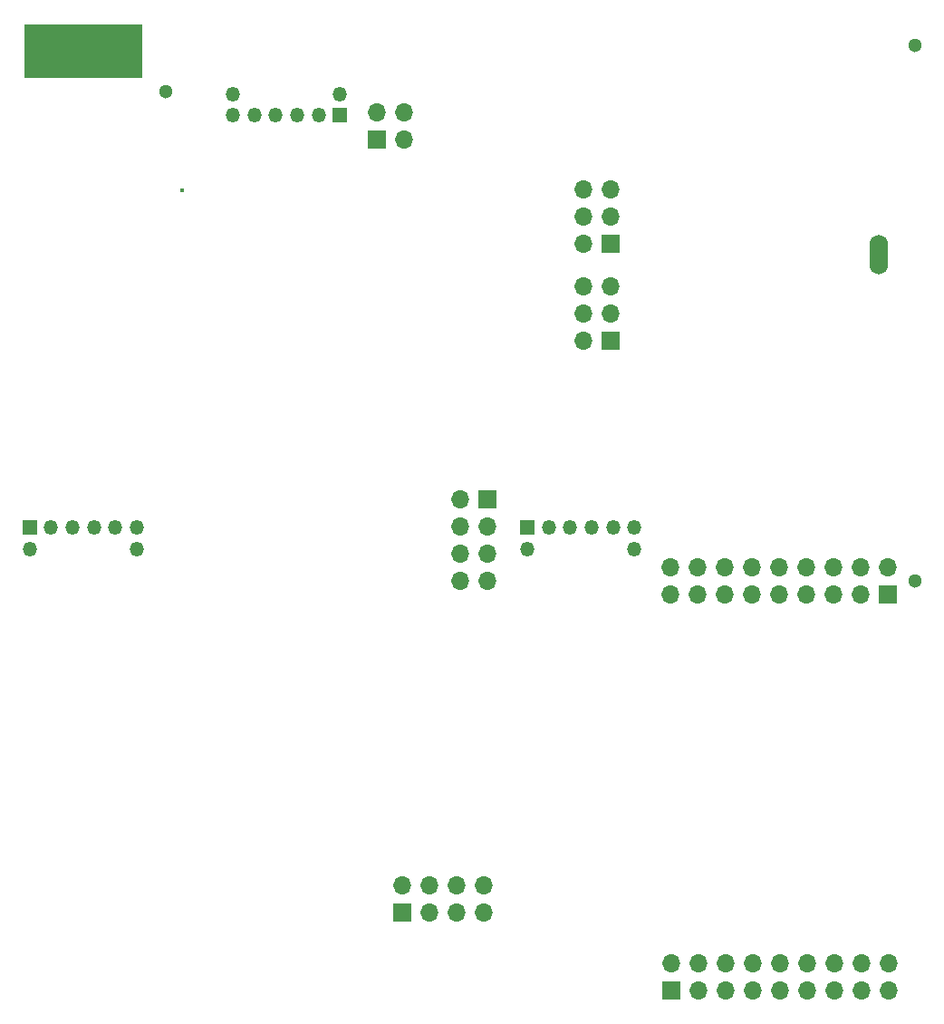
<source format=gbs>
%TF.GenerationSoftware,KiCad,Pcbnew,8.0.2*%
%TF.CreationDate,2024-05-28T21:16:18+01:00*%
%TF.ProjectId,RMC,524d432e-6b69-4636-9164-5f7063625858,rev?*%
%TF.SameCoordinates,Original*%
%TF.FileFunction,Soldermask,Bot*%
%TF.FilePolarity,Negative*%
%FSLAX46Y46*%
G04 Gerber Fmt 4.6, Leading zero omitted, Abs format (unit mm)*
G04 Created by KiCad (PCBNEW 8.0.2) date 2024-05-28 21:16:18*
%MOMM*%
%LPD*%
G01*
G04 APERTURE LIST*
%ADD10O,1.700000X1.700000*%
%ADD11R,1.700000X1.700000*%
%ADD12R,1.350000X1.350000*%
%ADD13O,1.350000X1.350000*%
%ADD14C,1.300000*%
%ADD15C,0.400000*%
%ADD16O,1.700000X3.700000*%
%ADD17R,0.530000X4.300000*%
G04 APERTURE END LIST*
%TO.C,J3*%
G36*
X100500000Y-100000000D02*
G01*
X111500000Y-100000000D01*
X111500000Y-105000000D01*
X100500000Y-105000000D01*
X100500000Y-100000000D01*
G37*
%TD*%
D10*
%TO.C,J8*%
X163505000Y-190270000D03*
X163505000Y-187730000D03*
X166045000Y-190270000D03*
X166045000Y-187730000D03*
X168585000Y-190270000D03*
X168585000Y-187730000D03*
X171125000Y-190270000D03*
X171125000Y-187730000D03*
X173665000Y-190270000D03*
X173665000Y-187730000D03*
X176205000Y-190270000D03*
X176205000Y-187730000D03*
X178745000Y-190270000D03*
X178745000Y-187730000D03*
X181285000Y-190270000D03*
X181285000Y-187730000D03*
D11*
X160965000Y-190270000D03*
D10*
X160965000Y-187730000D03*
%TD*%
D12*
%TO.C,J6*%
X147500000Y-147000000D03*
D13*
X147500000Y-149000000D03*
X149500000Y-147000000D03*
X151500000Y-147000000D03*
X153500000Y-147000000D03*
X155500000Y-147000000D03*
X157500000Y-147000000D03*
X157500000Y-149000000D03*
%TD*%
D12*
%TO.C,J2*%
X130000000Y-108500000D03*
D13*
X130000000Y-106500000D03*
X128000000Y-108500000D03*
X126000000Y-108500000D03*
X124000000Y-108500000D03*
X122000000Y-108500000D03*
X120000000Y-108500000D03*
X120000000Y-106500000D03*
%TD*%
D14*
%TO.C,H1*%
X113750000Y-106250000D03*
%TD*%
D11*
%TO.C,J7*%
X133425000Y-110775000D03*
D10*
X133425000Y-108235000D03*
X135965000Y-110775000D03*
X135965000Y-108235000D03*
%TD*%
D14*
%TO.C,H2*%
X183750000Y-102000000D03*
%TD*%
D12*
%TO.C,J5*%
X101000000Y-147000000D03*
D13*
X101000000Y-149000000D03*
X103000000Y-147000000D03*
X105000000Y-147000000D03*
X107000000Y-147000000D03*
X109000000Y-147000000D03*
X111000000Y-147000000D03*
X111000000Y-149000000D03*
%TD*%
D14*
%TO.C,H3*%
X183750000Y-152000000D03*
%TD*%
D11*
%TO.C,J10*%
X155275000Y-120525000D03*
D10*
X152735000Y-120525000D03*
X155275000Y-117985000D03*
X152735000Y-117985000D03*
X155275000Y-115445000D03*
X152735000Y-115445000D03*
%TD*%
D11*
%TO.C,J1*%
X155275000Y-129525000D03*
D10*
X152735000Y-129525000D03*
X155275000Y-126985000D03*
X152735000Y-126985000D03*
X155275000Y-124445000D03*
X152735000Y-124445000D03*
%TD*%
%TO.C,J11*%
X141230000Y-146880000D03*
X143770000Y-146880000D03*
X141230000Y-149420000D03*
X143770000Y-149420000D03*
X141230000Y-151960000D03*
X143770000Y-151960000D03*
X141230000Y-144340000D03*
D11*
X143770000Y-144340000D03*
%TD*%
D15*
%TO.C,L1*%
X115250000Y-115500000D03*
%TD*%
D16*
%TO.C,J4*%
X180375000Y-121500000D03*
D10*
X178620000Y-153270000D03*
X178620000Y-150730000D03*
X176080000Y-153270000D03*
X176080000Y-150730000D03*
X173540000Y-153270000D03*
X173540000Y-150730000D03*
X171000000Y-153270000D03*
X171000000Y-150730000D03*
X168460000Y-153270000D03*
X168460000Y-150730000D03*
X165920000Y-153270000D03*
X165920000Y-150730000D03*
X163380000Y-153270000D03*
X163380000Y-150730000D03*
X160840000Y-153270000D03*
X160840000Y-150730000D03*
D11*
X181160000Y-153270000D03*
D10*
X181160000Y-150730000D03*
%TD*%
D17*
%TO.C,J3*%
X110410000Y-102849545D03*
X109440000Y-102849545D03*
X108470000Y-102849545D03*
X107500000Y-102849545D03*
X106530000Y-102849545D03*
X105560000Y-102849545D03*
X104590000Y-102849545D03*
X103620000Y-102849545D03*
X102650000Y-102849545D03*
X101590000Y-102849545D03*
%TD*%
D10*
%TO.C,J9*%
X138380000Y-180480000D03*
X138380000Y-183020000D03*
X140920000Y-180480000D03*
X140920000Y-183020000D03*
X143460000Y-180480000D03*
X143460000Y-183020000D03*
X135840000Y-180480000D03*
D11*
X135840000Y-183020000D03*
%TD*%
M02*

</source>
